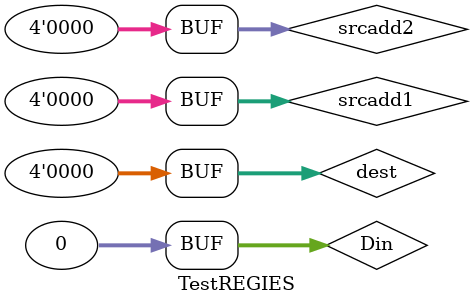
<source format=v>
`timescale 1ns / 1ps


module TestREGIES;

	// Inputs
	reg [3:0] dest;
	reg [31:0] Din;
	reg [3:0] srcadd1;
	reg [3:0] srcadd2;


	// Instantiate the Unit Under Test (UUT)
	RegisterBank uut (
		.dest(dest), 
		.Din(Din), 
		.srcadd1(srcadd1), 
		.srcadd2(srcadd2), 
		.src1(src1), 
		.src2(src2)
	);

	initial begin
		// Initialize Inputs
		dest = 0;
		Din = 0;
		srcadd1 = 0;
		srcadd2 = 0;


		// Wait 100 ns for global reset to finish
		#100;
        
		// Add stimulus here

	end
      
endmodule


</source>
